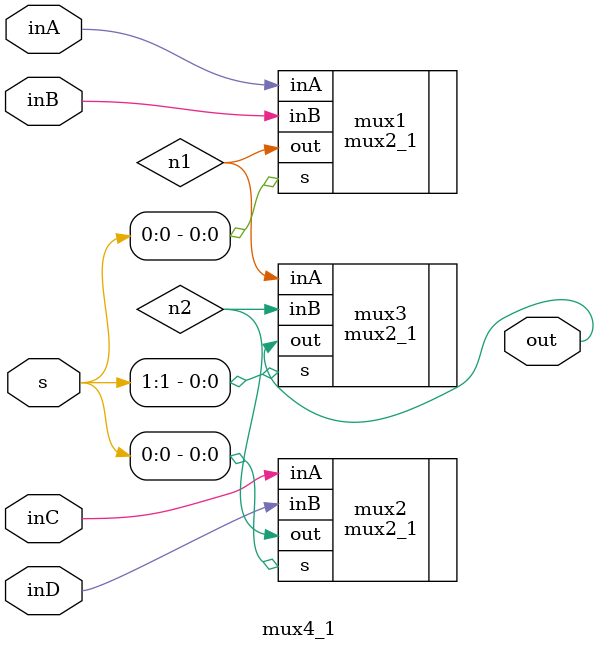
<source format=v>
/*
    CS/ECE 552 Spring '22
    Homework #1, Problem 1

    4-1 mux template
*/
module mux4_1(out, inA, inB, inC, inD, s);
    output       out;
    input        inA, inB, inC, inD;
    input [1:0]  s;

    // YOUR CODE HERE
    wire n1, n2;
    mux2_1 mux1(.out(n1), .inA(inA), .inB(inB), .s(s[0])); //A:00, B:01
    mux2_1 mux2(.out(n2), .inA(inC), .inB(inD), .s(s[0])); //C:10, D:11
    mux2_1 mux3(.out(out), .inA(n1), .inB(n2), .s(s[1]));
      
endmodule

</source>
